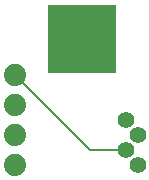
<source format=gbr>
G04 EAGLE Gerber RS-274X export*
G75*
%MOMM*%
%FSLAX34Y34*%
%LPD*%
%INTop Copper*%
%IPPOS*%
%AMOC8*
5,1,8,0,0,1.08239X$1,22.5*%
G01*
%ADD10R,5.842000X5.842000*%
%ADD11C,1.400000*%
%ADD12C,1.879600*%
%ADD13C,0.127000*%


D10*
X73660Y123190D03*
D11*
X120570Y16510D03*
X110570Y29210D03*
X120570Y41910D03*
X110570Y54610D03*
D12*
X16510Y92710D03*
X16510Y67310D03*
X16510Y41910D03*
X16510Y16510D03*
D13*
X80010Y29210D02*
X110570Y29210D01*
X80010Y29210D02*
X16510Y92710D01*
M02*

</source>
